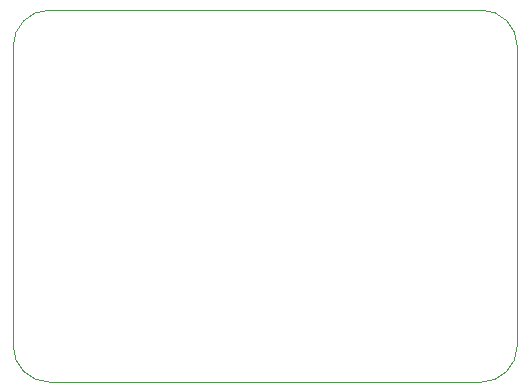
<source format=gbr>
%TF.GenerationSoftware,KiCad,Pcbnew,(6.0.0-0)*%
%TF.CreationDate,2022-03-04T09:47:12-05:00*%
%TF.ProjectId,Electronics Design - Modified ATtiny,456c6563-7472-46f6-9e69-637320446573,rev?*%
%TF.SameCoordinates,Original*%
%TF.FileFunction,Profile,NP*%
%FSLAX46Y46*%
G04 Gerber Fmt 4.6, Leading zero omitted, Abs format (unit mm)*
G04 Created by KiCad (PCBNEW (6.0.0-0)) date 2022-03-04 09:47:12*
%MOMM*%
%LPD*%
G01*
G04 APERTURE LIST*
%TA.AperFunction,Profile*%
%ADD10C,0.100000*%
%TD*%
G04 APERTURE END LIST*
D10*
X227330000Y-31242000D02*
G75*
G03*
X224282000Y-28194000I-3048002J-2D01*
G01*
X184658000Y-56642000D02*
X184658000Y-31242000D01*
X187706000Y-59690000D02*
X224282000Y-59690000D01*
X187706000Y-28194000D02*
X224282000Y-28194000D01*
X184658000Y-56642000D02*
G75*
G03*
X187706000Y-59690000I3048002J2D01*
G01*
X224282000Y-59690000D02*
G75*
G03*
X227330000Y-56642000I-2J3048002D01*
G01*
X227330000Y-56642000D02*
X227330000Y-31242000D01*
X187706000Y-28194000D02*
G75*
G03*
X184658000Y-31242000I2J-3048002D01*
G01*
M02*

</source>
